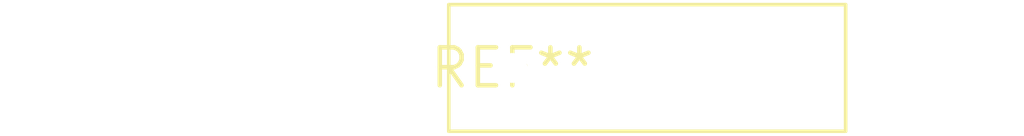
<source format=kicad_pcb>
(kicad_pcb (version 20240108) (generator pcbnew)
  (layers (0 "F.Cu" signal) (31 "B.Cu" signal) (34 "B.Paste" user) (35 "F.Paste" user) (36 "B.SilkS" user "B.Silkscreen") (37 "F.SilkS" user "F.Silkscreen") (38 "B.Mask" user) (39 "F.Mask" user) (44 "Edge.Cuts" user))
  (net 0 "")
  (footprint "R_Box_L13.0mm_W4.0mm_P9.00mm" (layer "F.Cu") (at 0 0)
    (property "Reference" "REF**")
    (property "Value" "R_Box_L13.0mm_W4.0mm_P9.00mm")
    (fp_line (start -2.12 -2.12) (end -2.12 2.12) (layer "F.SilkS") (stroke (width 0.12)))
    (fp_line (start -2.12 -2.12) (end 11.12 -2.12) (layer "F.SilkS") (stroke (width 0.12)))
    (fp_line (start -2.12 2.12) (end 11.12 2.12) (layer "F.SilkS") (stroke (width 0.12)))
    (fp_line (start 11.12 -2.12) (end 11.12 2.12) (layer "F.SilkS") (stroke (width 0.12)))
    (pad "1" thru_hole circle (at 0 0) (size 2 2) (drill 1) (layers *.Cu *.Mask) (remove_unused_layers))
    (pad "2" thru_hole circle (at 9 0) (size 2 2) (drill 1) (layers *.Cu *.Mask) (remove_unused_layers))
  )
)
</source>
